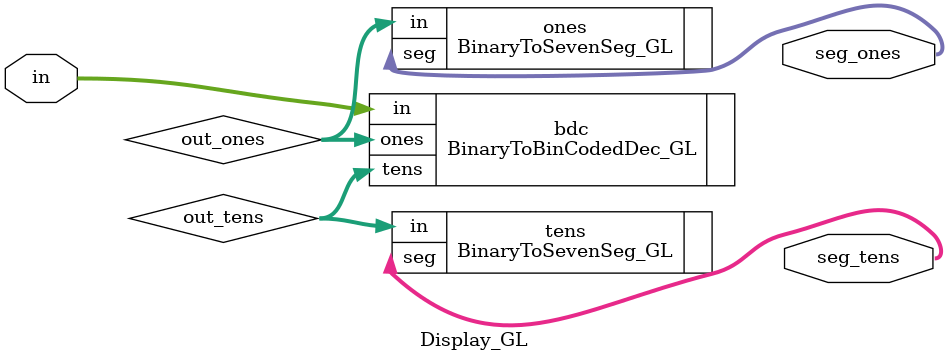
<source format=v>

`ifndef DISPLAY_GL_V
`define DISPLAY_GL_V

`include "BinaryToBinCodedDec_GL.v"
`include "BinaryToSevenSeg_GL.v"

module Display_GL
(
  (* keep=1 *) input  wire [4:0] in,
  (* keep=1 *) output wire [6:0] seg_tens,
  (* keep=1 *) output wire [6:0] seg_ones
);

  wire  [3:0] out_tens;
  wire [3:0] out_ones;

  BinaryToBinCodedDec_GL bdc
    (
      .in (in),
      .tens (out_tens),
      .ones (out_ones)
    );

  BinaryToSevenSeg_GL ones
    (
      .in (out_ones),
      .seg (seg_ones)
    );

  BinaryToSevenSeg_GL tens
    (
      .in (out_tens),
      .seg (seg_tens)
    );


endmodule

`endif /* DISPLAY_GL_V */


</source>
